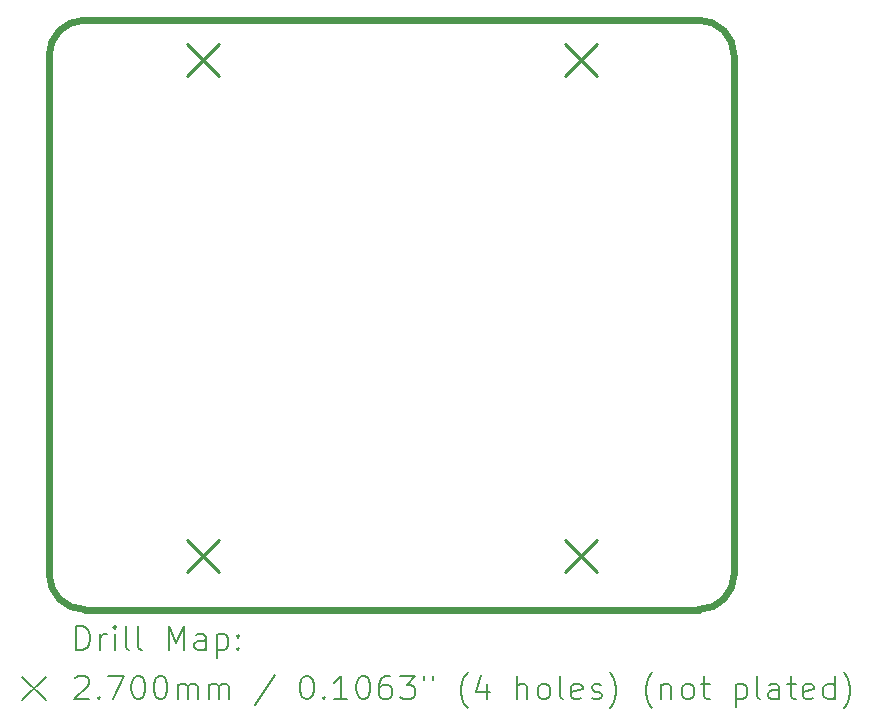
<source format=gbr>
%TF.GenerationSoftware,KiCad,Pcbnew,8.0.9-1.fc41*%
%TF.CreationDate,2025-06-25T22:36:56-07:00*%
%TF.ProjectId,rp2040_custom_devboard,72703230-3430-45f6-9375-73746f6d5f64,rev?*%
%TF.SameCoordinates,Original*%
%TF.FileFunction,Drillmap*%
%TF.FilePolarity,Positive*%
%FSLAX45Y45*%
G04 Gerber Fmt 4.5, Leading zero omitted, Abs format (unit mm)*
G04 Created by KiCad (PCBNEW 8.0.9-1.fc41) date 2025-06-25 22:36:56*
%MOMM*%
%LPD*%
G01*
G04 APERTURE LIST*
%ADD10C,0.600000*%
%ADD11C,0.200000*%
%ADD12C,0.270000*%
G04 APERTURE END LIST*
D10*
X16900000Y-8110000D02*
G75*
G02*
X17200000Y-8410000I0J-300000D01*
G01*
X11700000Y-13100000D02*
G75*
G02*
X11400000Y-12800000I0J300000D01*
G01*
X11400000Y-12800000D02*
X11400000Y-8410000D01*
X16900000Y-13100000D02*
X11700000Y-13100000D01*
X11700000Y-8110000D02*
X16900000Y-8110000D01*
X17200000Y-8410000D02*
X17200000Y-12800000D01*
X17200000Y-12800000D02*
G75*
G02*
X16900000Y-13100000I-300000J0D01*
G01*
X11400000Y-8410000D02*
G75*
G02*
X11700000Y-8110000I300000J0D01*
G01*
D11*
D12*
X12565000Y-8315000D02*
X12835000Y-8585000D01*
X12835000Y-8315000D02*
X12565000Y-8585000D01*
X12565000Y-12515000D02*
X12835000Y-12785000D01*
X12835000Y-12515000D02*
X12565000Y-12785000D01*
X15765000Y-8315000D02*
X16035000Y-8585000D01*
X16035000Y-8315000D02*
X15765000Y-8585000D01*
X15765000Y-12515000D02*
X16035000Y-12785000D01*
X16035000Y-12515000D02*
X15765000Y-12785000D01*
D11*
X11630777Y-13441484D02*
X11630777Y-13241484D01*
X11630777Y-13241484D02*
X11678396Y-13241484D01*
X11678396Y-13241484D02*
X11706967Y-13251008D01*
X11706967Y-13251008D02*
X11726015Y-13270055D01*
X11726015Y-13270055D02*
X11735539Y-13289103D01*
X11735539Y-13289103D02*
X11745062Y-13327198D01*
X11745062Y-13327198D02*
X11745062Y-13355769D01*
X11745062Y-13355769D02*
X11735539Y-13393865D01*
X11735539Y-13393865D02*
X11726015Y-13412912D01*
X11726015Y-13412912D02*
X11706967Y-13431960D01*
X11706967Y-13431960D02*
X11678396Y-13441484D01*
X11678396Y-13441484D02*
X11630777Y-13441484D01*
X11830777Y-13441484D02*
X11830777Y-13308150D01*
X11830777Y-13346246D02*
X11840301Y-13327198D01*
X11840301Y-13327198D02*
X11849824Y-13317674D01*
X11849824Y-13317674D02*
X11868872Y-13308150D01*
X11868872Y-13308150D02*
X11887920Y-13308150D01*
X11954586Y-13441484D02*
X11954586Y-13308150D01*
X11954586Y-13241484D02*
X11945062Y-13251008D01*
X11945062Y-13251008D02*
X11954586Y-13260531D01*
X11954586Y-13260531D02*
X11964110Y-13251008D01*
X11964110Y-13251008D02*
X11954586Y-13241484D01*
X11954586Y-13241484D02*
X11954586Y-13260531D01*
X12078396Y-13441484D02*
X12059348Y-13431960D01*
X12059348Y-13431960D02*
X12049824Y-13412912D01*
X12049824Y-13412912D02*
X12049824Y-13241484D01*
X12183158Y-13441484D02*
X12164110Y-13431960D01*
X12164110Y-13431960D02*
X12154586Y-13412912D01*
X12154586Y-13412912D02*
X12154586Y-13241484D01*
X12411729Y-13441484D02*
X12411729Y-13241484D01*
X12411729Y-13241484D02*
X12478396Y-13384341D01*
X12478396Y-13384341D02*
X12545062Y-13241484D01*
X12545062Y-13241484D02*
X12545062Y-13441484D01*
X12726015Y-13441484D02*
X12726015Y-13336722D01*
X12726015Y-13336722D02*
X12716491Y-13317674D01*
X12716491Y-13317674D02*
X12697443Y-13308150D01*
X12697443Y-13308150D02*
X12659348Y-13308150D01*
X12659348Y-13308150D02*
X12640301Y-13317674D01*
X12726015Y-13431960D02*
X12706967Y-13441484D01*
X12706967Y-13441484D02*
X12659348Y-13441484D01*
X12659348Y-13441484D02*
X12640301Y-13431960D01*
X12640301Y-13431960D02*
X12630777Y-13412912D01*
X12630777Y-13412912D02*
X12630777Y-13393865D01*
X12630777Y-13393865D02*
X12640301Y-13374817D01*
X12640301Y-13374817D02*
X12659348Y-13365293D01*
X12659348Y-13365293D02*
X12706967Y-13365293D01*
X12706967Y-13365293D02*
X12726015Y-13355769D01*
X12821253Y-13308150D02*
X12821253Y-13508150D01*
X12821253Y-13317674D02*
X12840301Y-13308150D01*
X12840301Y-13308150D02*
X12878396Y-13308150D01*
X12878396Y-13308150D02*
X12897443Y-13317674D01*
X12897443Y-13317674D02*
X12906967Y-13327198D01*
X12906967Y-13327198D02*
X12916491Y-13346246D01*
X12916491Y-13346246D02*
X12916491Y-13403388D01*
X12916491Y-13403388D02*
X12906967Y-13422436D01*
X12906967Y-13422436D02*
X12897443Y-13431960D01*
X12897443Y-13431960D02*
X12878396Y-13441484D01*
X12878396Y-13441484D02*
X12840301Y-13441484D01*
X12840301Y-13441484D02*
X12821253Y-13431960D01*
X13002205Y-13422436D02*
X13011729Y-13431960D01*
X13011729Y-13431960D02*
X13002205Y-13441484D01*
X13002205Y-13441484D02*
X12992682Y-13431960D01*
X12992682Y-13431960D02*
X13002205Y-13422436D01*
X13002205Y-13422436D02*
X13002205Y-13441484D01*
X13002205Y-13317674D02*
X13011729Y-13327198D01*
X13011729Y-13327198D02*
X13002205Y-13336722D01*
X13002205Y-13336722D02*
X12992682Y-13327198D01*
X12992682Y-13327198D02*
X13002205Y-13317674D01*
X13002205Y-13317674D02*
X13002205Y-13336722D01*
X11170000Y-13670000D02*
X11370000Y-13870000D01*
X11370000Y-13670000D02*
X11170000Y-13870000D01*
X11621253Y-13680531D02*
X11630777Y-13671008D01*
X11630777Y-13671008D02*
X11649824Y-13661484D01*
X11649824Y-13661484D02*
X11697443Y-13661484D01*
X11697443Y-13661484D02*
X11716491Y-13671008D01*
X11716491Y-13671008D02*
X11726015Y-13680531D01*
X11726015Y-13680531D02*
X11735539Y-13699579D01*
X11735539Y-13699579D02*
X11735539Y-13718627D01*
X11735539Y-13718627D02*
X11726015Y-13747198D01*
X11726015Y-13747198D02*
X11611729Y-13861484D01*
X11611729Y-13861484D02*
X11735539Y-13861484D01*
X11821253Y-13842436D02*
X11830777Y-13851960D01*
X11830777Y-13851960D02*
X11821253Y-13861484D01*
X11821253Y-13861484D02*
X11811729Y-13851960D01*
X11811729Y-13851960D02*
X11821253Y-13842436D01*
X11821253Y-13842436D02*
X11821253Y-13861484D01*
X11897443Y-13661484D02*
X12030777Y-13661484D01*
X12030777Y-13661484D02*
X11945062Y-13861484D01*
X12145062Y-13661484D02*
X12164110Y-13661484D01*
X12164110Y-13661484D02*
X12183158Y-13671008D01*
X12183158Y-13671008D02*
X12192682Y-13680531D01*
X12192682Y-13680531D02*
X12202205Y-13699579D01*
X12202205Y-13699579D02*
X12211729Y-13737674D01*
X12211729Y-13737674D02*
X12211729Y-13785293D01*
X12211729Y-13785293D02*
X12202205Y-13823388D01*
X12202205Y-13823388D02*
X12192682Y-13842436D01*
X12192682Y-13842436D02*
X12183158Y-13851960D01*
X12183158Y-13851960D02*
X12164110Y-13861484D01*
X12164110Y-13861484D02*
X12145062Y-13861484D01*
X12145062Y-13861484D02*
X12126015Y-13851960D01*
X12126015Y-13851960D02*
X12116491Y-13842436D01*
X12116491Y-13842436D02*
X12106967Y-13823388D01*
X12106967Y-13823388D02*
X12097443Y-13785293D01*
X12097443Y-13785293D02*
X12097443Y-13737674D01*
X12097443Y-13737674D02*
X12106967Y-13699579D01*
X12106967Y-13699579D02*
X12116491Y-13680531D01*
X12116491Y-13680531D02*
X12126015Y-13671008D01*
X12126015Y-13671008D02*
X12145062Y-13661484D01*
X12335539Y-13661484D02*
X12354586Y-13661484D01*
X12354586Y-13661484D02*
X12373634Y-13671008D01*
X12373634Y-13671008D02*
X12383158Y-13680531D01*
X12383158Y-13680531D02*
X12392682Y-13699579D01*
X12392682Y-13699579D02*
X12402205Y-13737674D01*
X12402205Y-13737674D02*
X12402205Y-13785293D01*
X12402205Y-13785293D02*
X12392682Y-13823388D01*
X12392682Y-13823388D02*
X12383158Y-13842436D01*
X12383158Y-13842436D02*
X12373634Y-13851960D01*
X12373634Y-13851960D02*
X12354586Y-13861484D01*
X12354586Y-13861484D02*
X12335539Y-13861484D01*
X12335539Y-13861484D02*
X12316491Y-13851960D01*
X12316491Y-13851960D02*
X12306967Y-13842436D01*
X12306967Y-13842436D02*
X12297443Y-13823388D01*
X12297443Y-13823388D02*
X12287920Y-13785293D01*
X12287920Y-13785293D02*
X12287920Y-13737674D01*
X12287920Y-13737674D02*
X12297443Y-13699579D01*
X12297443Y-13699579D02*
X12306967Y-13680531D01*
X12306967Y-13680531D02*
X12316491Y-13671008D01*
X12316491Y-13671008D02*
X12335539Y-13661484D01*
X12487920Y-13861484D02*
X12487920Y-13728150D01*
X12487920Y-13747198D02*
X12497443Y-13737674D01*
X12497443Y-13737674D02*
X12516491Y-13728150D01*
X12516491Y-13728150D02*
X12545063Y-13728150D01*
X12545063Y-13728150D02*
X12564110Y-13737674D01*
X12564110Y-13737674D02*
X12573634Y-13756722D01*
X12573634Y-13756722D02*
X12573634Y-13861484D01*
X12573634Y-13756722D02*
X12583158Y-13737674D01*
X12583158Y-13737674D02*
X12602205Y-13728150D01*
X12602205Y-13728150D02*
X12630777Y-13728150D01*
X12630777Y-13728150D02*
X12649824Y-13737674D01*
X12649824Y-13737674D02*
X12659348Y-13756722D01*
X12659348Y-13756722D02*
X12659348Y-13861484D01*
X12754586Y-13861484D02*
X12754586Y-13728150D01*
X12754586Y-13747198D02*
X12764110Y-13737674D01*
X12764110Y-13737674D02*
X12783158Y-13728150D01*
X12783158Y-13728150D02*
X12811729Y-13728150D01*
X12811729Y-13728150D02*
X12830777Y-13737674D01*
X12830777Y-13737674D02*
X12840301Y-13756722D01*
X12840301Y-13756722D02*
X12840301Y-13861484D01*
X12840301Y-13756722D02*
X12849824Y-13737674D01*
X12849824Y-13737674D02*
X12868872Y-13728150D01*
X12868872Y-13728150D02*
X12897443Y-13728150D01*
X12897443Y-13728150D02*
X12916491Y-13737674D01*
X12916491Y-13737674D02*
X12926015Y-13756722D01*
X12926015Y-13756722D02*
X12926015Y-13861484D01*
X13316491Y-13651960D02*
X13145063Y-13909103D01*
X13573634Y-13661484D02*
X13592682Y-13661484D01*
X13592682Y-13661484D02*
X13611729Y-13671008D01*
X13611729Y-13671008D02*
X13621253Y-13680531D01*
X13621253Y-13680531D02*
X13630777Y-13699579D01*
X13630777Y-13699579D02*
X13640301Y-13737674D01*
X13640301Y-13737674D02*
X13640301Y-13785293D01*
X13640301Y-13785293D02*
X13630777Y-13823388D01*
X13630777Y-13823388D02*
X13621253Y-13842436D01*
X13621253Y-13842436D02*
X13611729Y-13851960D01*
X13611729Y-13851960D02*
X13592682Y-13861484D01*
X13592682Y-13861484D02*
X13573634Y-13861484D01*
X13573634Y-13861484D02*
X13554586Y-13851960D01*
X13554586Y-13851960D02*
X13545063Y-13842436D01*
X13545063Y-13842436D02*
X13535539Y-13823388D01*
X13535539Y-13823388D02*
X13526015Y-13785293D01*
X13526015Y-13785293D02*
X13526015Y-13737674D01*
X13526015Y-13737674D02*
X13535539Y-13699579D01*
X13535539Y-13699579D02*
X13545063Y-13680531D01*
X13545063Y-13680531D02*
X13554586Y-13671008D01*
X13554586Y-13671008D02*
X13573634Y-13661484D01*
X13726015Y-13842436D02*
X13735539Y-13851960D01*
X13735539Y-13851960D02*
X13726015Y-13861484D01*
X13726015Y-13861484D02*
X13716491Y-13851960D01*
X13716491Y-13851960D02*
X13726015Y-13842436D01*
X13726015Y-13842436D02*
X13726015Y-13861484D01*
X13926015Y-13861484D02*
X13811729Y-13861484D01*
X13868872Y-13861484D02*
X13868872Y-13661484D01*
X13868872Y-13661484D02*
X13849825Y-13690055D01*
X13849825Y-13690055D02*
X13830777Y-13709103D01*
X13830777Y-13709103D02*
X13811729Y-13718627D01*
X14049825Y-13661484D02*
X14068872Y-13661484D01*
X14068872Y-13661484D02*
X14087920Y-13671008D01*
X14087920Y-13671008D02*
X14097444Y-13680531D01*
X14097444Y-13680531D02*
X14106967Y-13699579D01*
X14106967Y-13699579D02*
X14116491Y-13737674D01*
X14116491Y-13737674D02*
X14116491Y-13785293D01*
X14116491Y-13785293D02*
X14106967Y-13823388D01*
X14106967Y-13823388D02*
X14097444Y-13842436D01*
X14097444Y-13842436D02*
X14087920Y-13851960D01*
X14087920Y-13851960D02*
X14068872Y-13861484D01*
X14068872Y-13861484D02*
X14049825Y-13861484D01*
X14049825Y-13861484D02*
X14030777Y-13851960D01*
X14030777Y-13851960D02*
X14021253Y-13842436D01*
X14021253Y-13842436D02*
X14011729Y-13823388D01*
X14011729Y-13823388D02*
X14002206Y-13785293D01*
X14002206Y-13785293D02*
X14002206Y-13737674D01*
X14002206Y-13737674D02*
X14011729Y-13699579D01*
X14011729Y-13699579D02*
X14021253Y-13680531D01*
X14021253Y-13680531D02*
X14030777Y-13671008D01*
X14030777Y-13671008D02*
X14049825Y-13661484D01*
X14287920Y-13661484D02*
X14249825Y-13661484D01*
X14249825Y-13661484D02*
X14230777Y-13671008D01*
X14230777Y-13671008D02*
X14221253Y-13680531D01*
X14221253Y-13680531D02*
X14202206Y-13709103D01*
X14202206Y-13709103D02*
X14192682Y-13747198D01*
X14192682Y-13747198D02*
X14192682Y-13823388D01*
X14192682Y-13823388D02*
X14202206Y-13842436D01*
X14202206Y-13842436D02*
X14211729Y-13851960D01*
X14211729Y-13851960D02*
X14230777Y-13861484D01*
X14230777Y-13861484D02*
X14268872Y-13861484D01*
X14268872Y-13861484D02*
X14287920Y-13851960D01*
X14287920Y-13851960D02*
X14297444Y-13842436D01*
X14297444Y-13842436D02*
X14306967Y-13823388D01*
X14306967Y-13823388D02*
X14306967Y-13775769D01*
X14306967Y-13775769D02*
X14297444Y-13756722D01*
X14297444Y-13756722D02*
X14287920Y-13747198D01*
X14287920Y-13747198D02*
X14268872Y-13737674D01*
X14268872Y-13737674D02*
X14230777Y-13737674D01*
X14230777Y-13737674D02*
X14211729Y-13747198D01*
X14211729Y-13747198D02*
X14202206Y-13756722D01*
X14202206Y-13756722D02*
X14192682Y-13775769D01*
X14373634Y-13661484D02*
X14497444Y-13661484D01*
X14497444Y-13661484D02*
X14430777Y-13737674D01*
X14430777Y-13737674D02*
X14459348Y-13737674D01*
X14459348Y-13737674D02*
X14478396Y-13747198D01*
X14478396Y-13747198D02*
X14487920Y-13756722D01*
X14487920Y-13756722D02*
X14497444Y-13775769D01*
X14497444Y-13775769D02*
X14497444Y-13823388D01*
X14497444Y-13823388D02*
X14487920Y-13842436D01*
X14487920Y-13842436D02*
X14478396Y-13851960D01*
X14478396Y-13851960D02*
X14459348Y-13861484D01*
X14459348Y-13861484D02*
X14402206Y-13861484D01*
X14402206Y-13861484D02*
X14383158Y-13851960D01*
X14383158Y-13851960D02*
X14373634Y-13842436D01*
X14573634Y-13661484D02*
X14573634Y-13699579D01*
X14649825Y-13661484D02*
X14649825Y-13699579D01*
X14945063Y-13937674D02*
X14935539Y-13928150D01*
X14935539Y-13928150D02*
X14916491Y-13899579D01*
X14916491Y-13899579D02*
X14906968Y-13880531D01*
X14906968Y-13880531D02*
X14897444Y-13851960D01*
X14897444Y-13851960D02*
X14887920Y-13804341D01*
X14887920Y-13804341D02*
X14887920Y-13766246D01*
X14887920Y-13766246D02*
X14897444Y-13718627D01*
X14897444Y-13718627D02*
X14906968Y-13690055D01*
X14906968Y-13690055D02*
X14916491Y-13671008D01*
X14916491Y-13671008D02*
X14935539Y-13642436D01*
X14935539Y-13642436D02*
X14945063Y-13632912D01*
X15106968Y-13728150D02*
X15106968Y-13861484D01*
X15059348Y-13651960D02*
X15011729Y-13794817D01*
X15011729Y-13794817D02*
X15135539Y-13794817D01*
X15364110Y-13861484D02*
X15364110Y-13661484D01*
X15449825Y-13861484D02*
X15449825Y-13756722D01*
X15449825Y-13756722D02*
X15440301Y-13737674D01*
X15440301Y-13737674D02*
X15421253Y-13728150D01*
X15421253Y-13728150D02*
X15392682Y-13728150D01*
X15392682Y-13728150D02*
X15373634Y-13737674D01*
X15373634Y-13737674D02*
X15364110Y-13747198D01*
X15573634Y-13861484D02*
X15554587Y-13851960D01*
X15554587Y-13851960D02*
X15545063Y-13842436D01*
X15545063Y-13842436D02*
X15535539Y-13823388D01*
X15535539Y-13823388D02*
X15535539Y-13766246D01*
X15535539Y-13766246D02*
X15545063Y-13747198D01*
X15545063Y-13747198D02*
X15554587Y-13737674D01*
X15554587Y-13737674D02*
X15573634Y-13728150D01*
X15573634Y-13728150D02*
X15602206Y-13728150D01*
X15602206Y-13728150D02*
X15621253Y-13737674D01*
X15621253Y-13737674D02*
X15630777Y-13747198D01*
X15630777Y-13747198D02*
X15640301Y-13766246D01*
X15640301Y-13766246D02*
X15640301Y-13823388D01*
X15640301Y-13823388D02*
X15630777Y-13842436D01*
X15630777Y-13842436D02*
X15621253Y-13851960D01*
X15621253Y-13851960D02*
X15602206Y-13861484D01*
X15602206Y-13861484D02*
X15573634Y-13861484D01*
X15754587Y-13861484D02*
X15735539Y-13851960D01*
X15735539Y-13851960D02*
X15726015Y-13832912D01*
X15726015Y-13832912D02*
X15726015Y-13661484D01*
X15906968Y-13851960D02*
X15887920Y-13861484D01*
X15887920Y-13861484D02*
X15849825Y-13861484D01*
X15849825Y-13861484D02*
X15830777Y-13851960D01*
X15830777Y-13851960D02*
X15821253Y-13832912D01*
X15821253Y-13832912D02*
X15821253Y-13756722D01*
X15821253Y-13756722D02*
X15830777Y-13737674D01*
X15830777Y-13737674D02*
X15849825Y-13728150D01*
X15849825Y-13728150D02*
X15887920Y-13728150D01*
X15887920Y-13728150D02*
X15906968Y-13737674D01*
X15906968Y-13737674D02*
X15916491Y-13756722D01*
X15916491Y-13756722D02*
X15916491Y-13775769D01*
X15916491Y-13775769D02*
X15821253Y-13794817D01*
X15992682Y-13851960D02*
X16011730Y-13861484D01*
X16011730Y-13861484D02*
X16049825Y-13861484D01*
X16049825Y-13861484D02*
X16068872Y-13851960D01*
X16068872Y-13851960D02*
X16078396Y-13832912D01*
X16078396Y-13832912D02*
X16078396Y-13823388D01*
X16078396Y-13823388D02*
X16068872Y-13804341D01*
X16068872Y-13804341D02*
X16049825Y-13794817D01*
X16049825Y-13794817D02*
X16021253Y-13794817D01*
X16021253Y-13794817D02*
X16002206Y-13785293D01*
X16002206Y-13785293D02*
X15992682Y-13766246D01*
X15992682Y-13766246D02*
X15992682Y-13756722D01*
X15992682Y-13756722D02*
X16002206Y-13737674D01*
X16002206Y-13737674D02*
X16021253Y-13728150D01*
X16021253Y-13728150D02*
X16049825Y-13728150D01*
X16049825Y-13728150D02*
X16068872Y-13737674D01*
X16145063Y-13937674D02*
X16154587Y-13928150D01*
X16154587Y-13928150D02*
X16173634Y-13899579D01*
X16173634Y-13899579D02*
X16183158Y-13880531D01*
X16183158Y-13880531D02*
X16192682Y-13851960D01*
X16192682Y-13851960D02*
X16202206Y-13804341D01*
X16202206Y-13804341D02*
X16202206Y-13766246D01*
X16202206Y-13766246D02*
X16192682Y-13718627D01*
X16192682Y-13718627D02*
X16183158Y-13690055D01*
X16183158Y-13690055D02*
X16173634Y-13671008D01*
X16173634Y-13671008D02*
X16154587Y-13642436D01*
X16154587Y-13642436D02*
X16145063Y-13632912D01*
X16506968Y-13937674D02*
X16497444Y-13928150D01*
X16497444Y-13928150D02*
X16478396Y-13899579D01*
X16478396Y-13899579D02*
X16468872Y-13880531D01*
X16468872Y-13880531D02*
X16459349Y-13851960D01*
X16459349Y-13851960D02*
X16449825Y-13804341D01*
X16449825Y-13804341D02*
X16449825Y-13766246D01*
X16449825Y-13766246D02*
X16459349Y-13718627D01*
X16459349Y-13718627D02*
X16468872Y-13690055D01*
X16468872Y-13690055D02*
X16478396Y-13671008D01*
X16478396Y-13671008D02*
X16497444Y-13642436D01*
X16497444Y-13642436D02*
X16506968Y-13632912D01*
X16583158Y-13728150D02*
X16583158Y-13861484D01*
X16583158Y-13747198D02*
X16592682Y-13737674D01*
X16592682Y-13737674D02*
X16611730Y-13728150D01*
X16611730Y-13728150D02*
X16640301Y-13728150D01*
X16640301Y-13728150D02*
X16659349Y-13737674D01*
X16659349Y-13737674D02*
X16668872Y-13756722D01*
X16668872Y-13756722D02*
X16668872Y-13861484D01*
X16792682Y-13861484D02*
X16773634Y-13851960D01*
X16773634Y-13851960D02*
X16764111Y-13842436D01*
X16764111Y-13842436D02*
X16754587Y-13823388D01*
X16754587Y-13823388D02*
X16754587Y-13766246D01*
X16754587Y-13766246D02*
X16764111Y-13747198D01*
X16764111Y-13747198D02*
X16773634Y-13737674D01*
X16773634Y-13737674D02*
X16792682Y-13728150D01*
X16792682Y-13728150D02*
X16821254Y-13728150D01*
X16821254Y-13728150D02*
X16840301Y-13737674D01*
X16840301Y-13737674D02*
X16849825Y-13747198D01*
X16849825Y-13747198D02*
X16859349Y-13766246D01*
X16859349Y-13766246D02*
X16859349Y-13823388D01*
X16859349Y-13823388D02*
X16849825Y-13842436D01*
X16849825Y-13842436D02*
X16840301Y-13851960D01*
X16840301Y-13851960D02*
X16821254Y-13861484D01*
X16821254Y-13861484D02*
X16792682Y-13861484D01*
X16916492Y-13728150D02*
X16992682Y-13728150D01*
X16945063Y-13661484D02*
X16945063Y-13832912D01*
X16945063Y-13832912D02*
X16954587Y-13851960D01*
X16954587Y-13851960D02*
X16973634Y-13861484D01*
X16973634Y-13861484D02*
X16992682Y-13861484D01*
X17211730Y-13728150D02*
X17211730Y-13928150D01*
X17211730Y-13737674D02*
X17230777Y-13728150D01*
X17230777Y-13728150D02*
X17268873Y-13728150D01*
X17268873Y-13728150D02*
X17287920Y-13737674D01*
X17287920Y-13737674D02*
X17297444Y-13747198D01*
X17297444Y-13747198D02*
X17306968Y-13766246D01*
X17306968Y-13766246D02*
X17306968Y-13823388D01*
X17306968Y-13823388D02*
X17297444Y-13842436D01*
X17297444Y-13842436D02*
X17287920Y-13851960D01*
X17287920Y-13851960D02*
X17268873Y-13861484D01*
X17268873Y-13861484D02*
X17230777Y-13861484D01*
X17230777Y-13861484D02*
X17211730Y-13851960D01*
X17421254Y-13861484D02*
X17402206Y-13851960D01*
X17402206Y-13851960D02*
X17392682Y-13832912D01*
X17392682Y-13832912D02*
X17392682Y-13661484D01*
X17583158Y-13861484D02*
X17583158Y-13756722D01*
X17583158Y-13756722D02*
X17573635Y-13737674D01*
X17573635Y-13737674D02*
X17554587Y-13728150D01*
X17554587Y-13728150D02*
X17516492Y-13728150D01*
X17516492Y-13728150D02*
X17497444Y-13737674D01*
X17583158Y-13851960D02*
X17564111Y-13861484D01*
X17564111Y-13861484D02*
X17516492Y-13861484D01*
X17516492Y-13861484D02*
X17497444Y-13851960D01*
X17497444Y-13851960D02*
X17487920Y-13832912D01*
X17487920Y-13832912D02*
X17487920Y-13813865D01*
X17487920Y-13813865D02*
X17497444Y-13794817D01*
X17497444Y-13794817D02*
X17516492Y-13785293D01*
X17516492Y-13785293D02*
X17564111Y-13785293D01*
X17564111Y-13785293D02*
X17583158Y-13775769D01*
X17649825Y-13728150D02*
X17726015Y-13728150D01*
X17678396Y-13661484D02*
X17678396Y-13832912D01*
X17678396Y-13832912D02*
X17687920Y-13851960D01*
X17687920Y-13851960D02*
X17706968Y-13861484D01*
X17706968Y-13861484D02*
X17726015Y-13861484D01*
X17868873Y-13851960D02*
X17849825Y-13861484D01*
X17849825Y-13861484D02*
X17811730Y-13861484D01*
X17811730Y-13861484D02*
X17792682Y-13851960D01*
X17792682Y-13851960D02*
X17783158Y-13832912D01*
X17783158Y-13832912D02*
X17783158Y-13756722D01*
X17783158Y-13756722D02*
X17792682Y-13737674D01*
X17792682Y-13737674D02*
X17811730Y-13728150D01*
X17811730Y-13728150D02*
X17849825Y-13728150D01*
X17849825Y-13728150D02*
X17868873Y-13737674D01*
X17868873Y-13737674D02*
X17878396Y-13756722D01*
X17878396Y-13756722D02*
X17878396Y-13775769D01*
X17878396Y-13775769D02*
X17783158Y-13794817D01*
X18049825Y-13861484D02*
X18049825Y-13661484D01*
X18049825Y-13851960D02*
X18030777Y-13861484D01*
X18030777Y-13861484D02*
X17992682Y-13861484D01*
X17992682Y-13861484D02*
X17973635Y-13851960D01*
X17973635Y-13851960D02*
X17964111Y-13842436D01*
X17964111Y-13842436D02*
X17954587Y-13823388D01*
X17954587Y-13823388D02*
X17954587Y-13766246D01*
X17954587Y-13766246D02*
X17964111Y-13747198D01*
X17964111Y-13747198D02*
X17973635Y-13737674D01*
X17973635Y-13737674D02*
X17992682Y-13728150D01*
X17992682Y-13728150D02*
X18030777Y-13728150D01*
X18030777Y-13728150D02*
X18049825Y-13737674D01*
X18126016Y-13937674D02*
X18135539Y-13928150D01*
X18135539Y-13928150D02*
X18154587Y-13899579D01*
X18154587Y-13899579D02*
X18164111Y-13880531D01*
X18164111Y-13880531D02*
X18173635Y-13851960D01*
X18173635Y-13851960D02*
X18183158Y-13804341D01*
X18183158Y-13804341D02*
X18183158Y-13766246D01*
X18183158Y-13766246D02*
X18173635Y-13718627D01*
X18173635Y-13718627D02*
X18164111Y-13690055D01*
X18164111Y-13690055D02*
X18154587Y-13671008D01*
X18154587Y-13671008D02*
X18135539Y-13642436D01*
X18135539Y-13642436D02*
X18126016Y-13632912D01*
M02*

</source>
